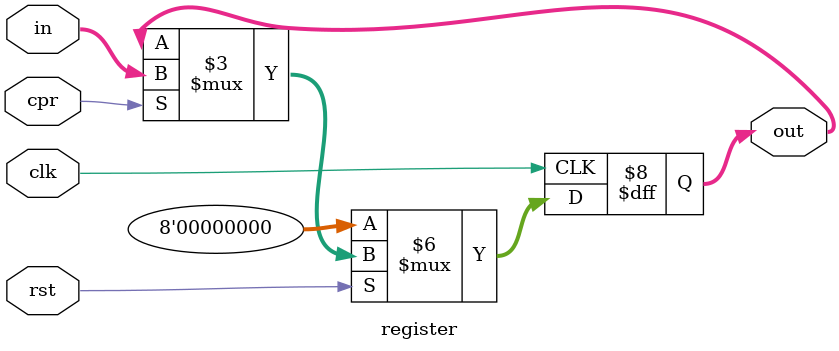
<source format=v>
module register(
    input cpr,
    input clk,
    input rst,
    input [7:0] in,
    output reg [7:0] out
);
    always@(posedge clk)
        if(!rst)
            out <= 8'b0;
        else if(cpr)
            out <= in;
endmodule
</source>
